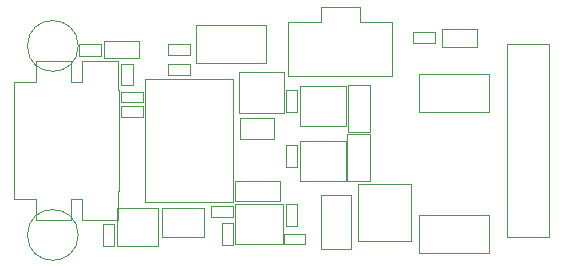
<source format=gbr>
%TF.GenerationSoftware,KiCad,Pcbnew,9.0.1*%
%TF.CreationDate,2025-04-12T17:39:00+05:30*%
%TF.ProjectId,ESPNut-D1,4553504e-7574-42d4-9431-2e6b69636164,0.1*%
%TF.SameCoordinates,Original*%
%TF.FileFunction,Other,User*%
%FSLAX46Y46*%
G04 Gerber Fmt 4.6, Leading zero omitted, Abs format (unit mm)*
G04 Created by KiCad (PCBNEW 9.0.1) date 2025-04-12 17:39:00*
%MOMM*%
%LPD*%
G01*
G04 APERTURE LIST*
%ADD10C,0.050000*%
G04 APERTURE END LIST*
D10*
X32475000Y19195000D02*
X34335000Y19195000D01*
X32475000Y18255000D02*
X32475000Y19195000D01*
X34335000Y19195000D02*
X34335000Y18255000D01*
X34335000Y18255000D02*
X32475000Y18255000D01*
X17875000Y11905000D02*
X17875000Y10105000D01*
X17875000Y11905000D02*
X20775000Y11905000D01*
X20775000Y10105000D02*
X17875000Y10105000D01*
X20775000Y10105000D02*
X20775000Y11905000D01*
X26925000Y10530000D02*
X26925000Y6530000D01*
X28825000Y10530000D02*
X26925000Y10530000D01*
X28825000Y10530000D02*
X28825000Y6530000D01*
X28825000Y6530000D02*
X26925000Y6530000D01*
X34975000Y19395000D02*
X37935000Y19395000D01*
X34975000Y17935000D02*
X34975000Y19395000D01*
X37935000Y19395000D02*
X37935000Y17935000D01*
X37935000Y17935000D02*
X34975000Y17935000D01*
X15375000Y4455000D02*
X17235000Y4455000D01*
X15375000Y3515000D02*
X15375000Y4455000D01*
X17235000Y4455000D02*
X17235000Y3515000D01*
X17235000Y3515000D02*
X15375000Y3515000D01*
X9825000Y15199000D02*
X9825000Y4799000D01*
X9825000Y4799000D02*
X17225000Y4799000D01*
X17225000Y15199000D02*
X9825000Y15199000D01*
X17225000Y4799000D02*
X17225000Y15199000D01*
X7775000Y12905000D02*
X9635000Y12905000D01*
X7775000Y11965000D02*
X7775000Y12905000D01*
X9635000Y12905000D02*
X9635000Y11965000D01*
X9635000Y11965000D02*
X7775000Y11965000D01*
X4205000Y18125000D02*
X6065000Y18125000D01*
X4205000Y17185000D02*
X4205000Y18125000D01*
X6065000Y18125000D02*
X6065000Y17185000D01*
X6065000Y17185000D02*
X4205000Y17185000D01*
X4150000Y2000000D02*
G75*
G02*
X-150000Y2000000I-2150000J0D01*
G01*
X-150000Y2000000D02*
G75*
G02*
X4150000Y2000000I2150000J0D01*
G01*
X21945000Y20025000D02*
X24695000Y20025000D01*
X21945000Y15475000D02*
X21945000Y20025000D01*
X24695000Y21325000D02*
X27995000Y21325000D01*
X24695000Y20025000D02*
X24695000Y21325000D01*
X27995000Y21325000D02*
X27995000Y20025000D01*
X27995000Y20025000D02*
X30745000Y20025000D01*
X30745000Y20025000D02*
X30745000Y15475000D01*
X30745000Y15475000D02*
X21945000Y15475000D01*
X4150000Y18000000D02*
G75*
G02*
X-150000Y18000000I-2150000J0D01*
G01*
X-150000Y18000000D02*
G75*
G02*
X4150000Y18000000I2150000J0D01*
G01*
X11765000Y16465000D02*
X13585000Y16465000D01*
X11765000Y15545000D02*
X11765000Y16465000D01*
X13585000Y16465000D02*
X13585000Y15545000D01*
X13585000Y15545000D02*
X11765000Y15545000D01*
X11280000Y4240000D02*
X14780000Y4240000D01*
X11280000Y1840000D02*
X11280000Y4240000D01*
X14780000Y4240000D02*
X14780000Y1840000D01*
X14780000Y1840000D02*
X11280000Y1840000D01*
X21775000Y14285000D02*
X22715000Y14285000D01*
X21775000Y12425000D02*
X21775000Y14285000D01*
X22715000Y14285000D02*
X22715000Y12425000D01*
X22715000Y12425000D02*
X21775000Y12425000D01*
X21565000Y2115000D02*
X23385000Y2115000D01*
X21565000Y1195000D02*
X21565000Y2115000D01*
X23385000Y2115000D02*
X23385000Y1195000D01*
X23385000Y1195000D02*
X21565000Y1195000D01*
X17750000Y15760000D02*
X17750000Y12360000D01*
X17750000Y12360000D02*
X21590000Y12360000D01*
X21590000Y15760000D02*
X17750000Y15760000D01*
X21590000Y12360000D02*
X21590000Y15760000D01*
X11745000Y18175000D02*
X13605000Y18175000D01*
X11745000Y17235000D02*
X11745000Y18175000D01*
X13605000Y18175000D02*
X13605000Y17235000D01*
X13605000Y17235000D02*
X11745000Y17235000D01*
X7815000Y16515000D02*
X8755000Y16515000D01*
X7815000Y14655000D02*
X7815000Y16515000D01*
X8755000Y16515000D02*
X8755000Y14655000D01*
X8755000Y14655000D02*
X7815000Y14655000D01*
X22955000Y9993000D02*
X22955000Y6593000D01*
X22955000Y6593000D02*
X26795000Y6593000D01*
X26795000Y9993000D02*
X22955000Y9993000D01*
X26795000Y6593000D02*
X26795000Y9993000D01*
X7475000Y4305000D02*
X7475000Y1105000D01*
X7475000Y4305000D02*
X10875000Y4305000D01*
X10875000Y1105000D02*
X7475000Y1105000D01*
X10875000Y1105000D02*
X10875000Y4305000D01*
X17455000Y6605000D02*
X21215000Y6605000D01*
X17455000Y4845000D02*
X17455000Y6605000D01*
X21215000Y6605000D02*
X21215000Y4845000D01*
X21215000Y4845000D02*
X17455000Y4845000D01*
X33010000Y3670000D02*
X38910000Y3670000D01*
X38910000Y470000D01*
X33010000Y470000D01*
X33010000Y3670000D01*
X16315000Y2985000D02*
X17235000Y2985000D01*
X16315000Y1165000D02*
X16315000Y2985000D01*
X17235000Y2985000D02*
X17235000Y1165000D01*
X17235000Y1165000D02*
X16315000Y1165000D01*
X-1305000Y14970000D02*
X545000Y14970000D01*
X-1305000Y5030000D02*
X-1305000Y14970000D01*
X545000Y16700000D02*
X3555000Y16700000D01*
X545000Y14970000D02*
X545000Y16700000D01*
X545000Y5030000D02*
X-1305000Y5030000D01*
X545000Y3300000D02*
X545000Y5030000D01*
X3555000Y16700000D02*
X3555000Y14970000D01*
X3555000Y14970000D02*
X4475000Y14970000D01*
X3555000Y5030000D02*
X3555000Y3300000D01*
X3555000Y3300000D02*
X545000Y3300000D01*
X4475000Y16700000D02*
X7485000Y16700000D01*
X4475000Y14970000D02*
X4475000Y16700000D01*
X4475000Y5030000D02*
X3555000Y5030000D01*
X4475000Y3300000D02*
X4475000Y5030000D01*
X7485000Y16700000D02*
X7485000Y14250000D01*
X7485000Y14250000D02*
X7635000Y14250000D01*
X7485000Y5750000D02*
X7485000Y3300000D01*
X7485000Y3300000D02*
X4475000Y3300000D01*
X7635000Y14250000D02*
X7635000Y5750000D01*
X7635000Y5750000D02*
X7485000Y5750000D01*
X27875000Y6335000D02*
X27875000Y1485000D01*
X27875000Y1485000D02*
X32325000Y1485000D01*
X32325000Y6335000D02*
X27875000Y6335000D01*
X32325000Y1485000D02*
X32325000Y6335000D01*
X20040000Y16550000D02*
X14140000Y16550000D01*
X14140000Y19750000D01*
X20040000Y19750000D01*
X20040000Y16550000D01*
X22955000Y14624000D02*
X22955000Y11224000D01*
X22955000Y11224000D02*
X26795000Y11224000D01*
X26795000Y14624000D02*
X22955000Y14624000D01*
X26795000Y11224000D02*
X26795000Y14624000D01*
X33010000Y15640000D02*
X38910000Y15640000D01*
X38910000Y12440000D01*
X33010000Y12440000D01*
X33010000Y15640000D01*
X6325000Y18435000D02*
X9285000Y18435000D01*
X6325000Y16975000D02*
X6325000Y18435000D01*
X9285000Y18435000D02*
X9285000Y16975000D01*
X9285000Y16975000D02*
X6325000Y16975000D01*
X40455000Y18150000D02*
X40455000Y1850000D01*
X40455000Y1850000D02*
X44055000Y1850000D01*
X44055000Y18150000D02*
X40455000Y18150000D01*
X44055000Y1850000D02*
X44055000Y18150000D01*
X24735000Y800000D02*
X24735000Y5400000D01*
X24735000Y800000D02*
X27235000Y800000D01*
X27235000Y5400000D02*
X24735000Y5400000D01*
X27235000Y5400000D02*
X27235000Y800000D01*
X26975000Y14730000D02*
X26975000Y10730000D01*
X28875000Y14730000D02*
X26975000Y14730000D01*
X28875000Y14730000D02*
X28875000Y10730000D01*
X28875000Y10730000D02*
X26975000Y10730000D01*
X6255000Y2945000D02*
X7195000Y2945000D01*
X6255000Y1085000D02*
X6255000Y2945000D01*
X7195000Y2945000D02*
X7195000Y1085000D01*
X7195000Y1085000D02*
X6255000Y1085000D01*
X21775000Y9635000D02*
X22715000Y9635000D01*
X21775000Y7775000D02*
X21775000Y9635000D01*
X22715000Y9635000D02*
X22715000Y7775000D01*
X22715000Y7775000D02*
X21775000Y7775000D01*
X7795000Y14135000D02*
X9615000Y14135000D01*
X7795000Y13215000D02*
X7795000Y14135000D01*
X9615000Y14135000D02*
X9615000Y13215000D01*
X9615000Y13215000D02*
X7795000Y13215000D01*
X21785000Y4585000D02*
X22705000Y4585000D01*
X21785000Y2765000D02*
X21785000Y4585000D01*
X22705000Y4585000D02*
X22705000Y2765000D01*
X22705000Y2765000D02*
X21785000Y2765000D01*
X17435000Y4594000D02*
X17435000Y1194000D01*
X17435000Y1194000D02*
X21535000Y1194000D01*
X21535000Y4594000D02*
X17435000Y4594000D01*
X21535000Y1194000D02*
X21535000Y4594000D01*
M02*

</source>
